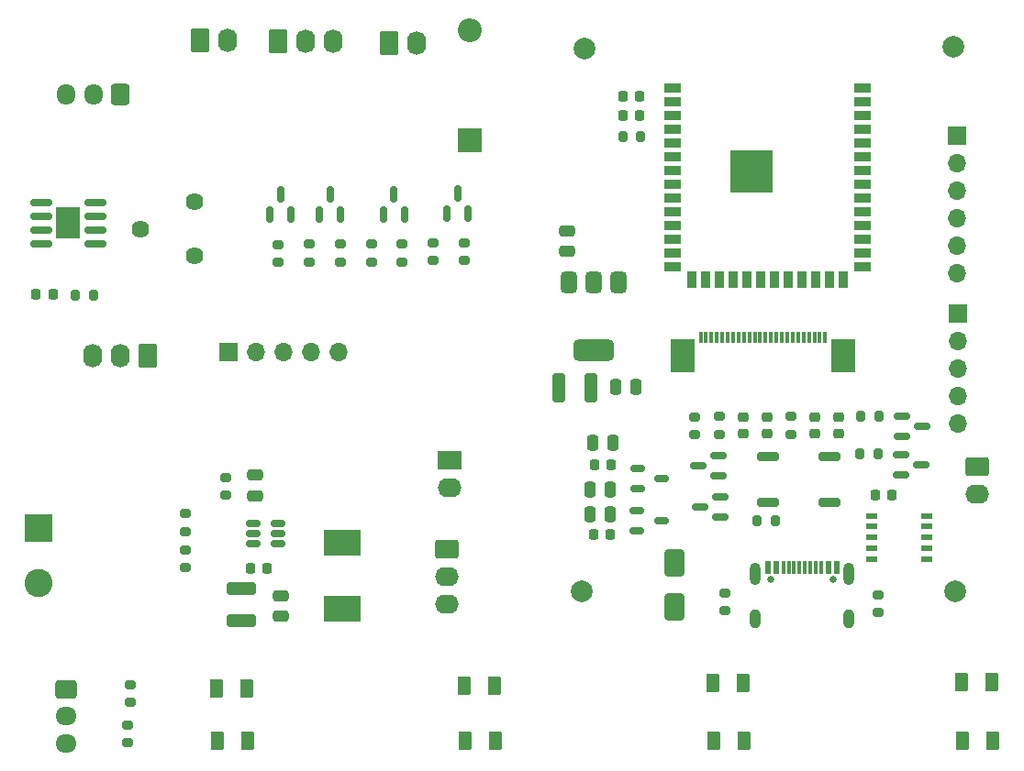
<source format=gbr>
%TF.GenerationSoftware,KiCad,Pcbnew,8.0.3*%
%TF.CreationDate,2025-03-22T11:48:59+07:00*%
%TF.ProjectId,ES32_SmartBox,45533332-5f53-46d6-9172-74426f782e6b,rev?*%
%TF.SameCoordinates,Original*%
%TF.FileFunction,Soldermask,Top*%
%TF.FilePolarity,Negative*%
%FSLAX46Y46*%
G04 Gerber Fmt 4.6, Leading zero omitted, Abs format (unit mm)*
G04 Created by KiCad (PCBNEW 8.0.3) date 2025-03-22 11:48:59*
%MOMM*%
%LPD*%
G01*
G04 APERTURE LIST*
G04 Aperture macros list*
%AMRoundRect*
0 Rectangle with rounded corners*
0 $1 Rounding radius*
0 $2 $3 $4 $5 $6 $7 $8 $9 X,Y pos of 4 corners*
0 Add a 4 corners polygon primitive as box body*
4,1,4,$2,$3,$4,$5,$6,$7,$8,$9,$2,$3,0*
0 Add four circle primitives for the rounded corners*
1,1,$1+$1,$2,$3*
1,1,$1+$1,$4,$5*
1,1,$1+$1,$6,$7*
1,1,$1+$1,$8,$9*
0 Add four rect primitives between the rounded corners*
20,1,$1+$1,$2,$3,$4,$5,0*
20,1,$1+$1,$4,$5,$6,$7,0*
20,1,$1+$1,$6,$7,$8,$9,0*
20,1,$1+$1,$8,$9,$2,$3,0*%
G04 Aperture macros list end*
%ADD10RoundRect,0.250000X0.620000X0.845000X-0.620000X0.845000X-0.620000X-0.845000X0.620000X-0.845000X0*%
%ADD11O,1.740000X2.190000*%
%ADD12C,0.650000*%
%ADD13R,0.600000X1.240000*%
%ADD14R,0.300000X1.240000*%
%ADD15O,1.000000X2.100000*%
%ADD16O,1.000000X1.800000*%
%ADD17R,1.700000X1.700000*%
%ADD18O,1.700000X1.700000*%
%ADD19RoundRect,0.250000X-0.620000X-0.845000X0.620000X-0.845000X0.620000X0.845000X-0.620000X0.845000X0*%
%ADD20RoundRect,0.200000X-0.275000X0.200000X-0.275000X-0.200000X0.275000X-0.200000X0.275000X0.200000X0*%
%ADD21RoundRect,0.250000X-0.725000X0.600000X-0.725000X-0.600000X0.725000X-0.600000X0.725000X0.600000X0*%
%ADD22O,1.950000X1.700000*%
%ADD23RoundRect,0.225000X0.225000X0.250000X-0.225000X0.250000X-0.225000X-0.250000X0.225000X-0.250000X0*%
%ADD24RoundRect,0.225000X-0.225000X-0.250000X0.225000X-0.250000X0.225000X0.250000X-0.225000X0.250000X0*%
%ADD25RoundRect,0.150000X0.587500X0.150000X-0.587500X0.150000X-0.587500X-0.150000X0.587500X-0.150000X0*%
%ADD26RoundRect,0.200000X0.275000X-0.200000X0.275000X0.200000X-0.275000X0.200000X-0.275000X-0.200000X0*%
%ADD27RoundRect,0.225000X-0.250000X0.225000X-0.250000X-0.225000X0.250000X-0.225000X0.250000X0.225000X0*%
%ADD28RoundRect,0.150000X0.150000X-0.587500X0.150000X0.587500X-0.150000X0.587500X-0.150000X-0.587500X0*%
%ADD29RoundRect,0.150000X0.512500X0.150000X-0.512500X0.150000X-0.512500X-0.150000X0.512500X-0.150000X0*%
%ADD30RoundRect,0.250000X-1.100000X0.325000X-1.100000X-0.325000X1.100000X-0.325000X1.100000X0.325000X0*%
%ADD31RoundRect,0.150000X-0.512500X-0.150000X0.512500X-0.150000X0.512500X0.150000X-0.512500X0.150000X0*%
%ADD32RoundRect,0.225000X0.250000X-0.225000X0.250000X0.225000X-0.250000X0.225000X-0.250000X-0.225000X0*%
%ADD33RoundRect,0.250000X0.325000X1.100000X-0.325000X1.100000X-0.325000X-1.100000X0.325000X-1.100000X0*%
%ADD34C,2.000000*%
%ADD35R,2.600000X2.600000*%
%ADD36C,2.600000*%
%ADD37RoundRect,0.200000X0.200000X0.275000X-0.200000X0.275000X-0.200000X-0.275000X0.200000X-0.275000X0*%
%ADD38RoundRect,0.250000X0.375000X0.625000X-0.375000X0.625000X-0.375000X-0.625000X0.375000X-0.625000X0*%
%ADD39RoundRect,0.150000X-0.587500X-0.150000X0.587500X-0.150000X0.587500X0.150000X-0.587500X0.150000X0*%
%ADD40R,0.300000X1.100000*%
%ADD41R,2.300000X3.100000*%
%ADD42RoundRect,0.250000X-0.250000X-0.475000X0.250000X-0.475000X0.250000X0.475000X-0.250000X0.475000X0*%
%ADD43RoundRect,0.250000X-0.845000X0.620000X-0.845000X-0.620000X0.845000X-0.620000X0.845000X0.620000X0*%
%ADD44O,2.190000X1.740000*%
%ADD45RoundRect,0.250000X-0.475000X0.250000X-0.475000X-0.250000X0.475000X-0.250000X0.475000X0.250000X0*%
%ADD46RoundRect,0.250000X0.475000X-0.250000X0.475000X0.250000X-0.475000X0.250000X-0.475000X-0.250000X0*%
%ADD47RoundRect,0.200000X-0.800000X0.200000X-0.800000X-0.200000X0.800000X-0.200000X0.800000X0.200000X0*%
%ADD48RoundRect,0.375000X-0.375000X0.625000X-0.375000X-0.625000X0.375000X-0.625000X0.375000X0.625000X0*%
%ADD49RoundRect,0.500000X-1.400000X0.500000X-1.400000X-0.500000X1.400000X-0.500000X1.400000X0.500000X0*%
%ADD50R,1.500000X0.900000*%
%ADD51R,0.900000X1.500000*%
%ADD52C,0.600000*%
%ADD53R,3.900000X3.900000*%
%ADD54RoundRect,0.250000X0.250000X0.475000X-0.250000X0.475000X-0.250000X-0.475000X0.250000X-0.475000X0*%
%ADD55RoundRect,0.250000X-0.650000X1.000000X-0.650000X-1.000000X0.650000X-1.000000X0.650000X1.000000X0*%
%ADD56R,2.200000X2.200000*%
%ADD57O,2.200000X2.200000*%
%ADD58R,3.500000X2.350000*%
%ADD59RoundRect,0.218750X-0.218750X-0.256250X0.218750X-0.256250X0.218750X0.256250X-0.218750X0.256250X0*%
%ADD60R,1.100000X0.510000*%
%ADD61C,1.620000*%
%ADD62RoundRect,0.250000X0.600000X0.725000X-0.600000X0.725000X-0.600000X-0.725000X0.600000X-0.725000X0*%
%ADD63O,1.700000X1.950000*%
%ADD64R,2.190000X1.740000*%
%ADD65RoundRect,0.150000X-0.825000X-0.150000X0.825000X-0.150000X0.825000X0.150000X-0.825000X0.150000X0*%
%ADD66R,2.290000X3.000000*%
G04 APERTURE END LIST*
D10*
%TO.C,J10*%
X88420000Y-119370000D03*
D11*
X85880000Y-119370000D03*
X83340000Y-119370000D03*
%TD*%
D12*
%TO.C,J1*%
X145930000Y-140020000D03*
X151710000Y-140020000D03*
D13*
X145620000Y-138900000D03*
X146420000Y-138900000D03*
D14*
X147570000Y-138900000D03*
X148570000Y-138900000D03*
X149070000Y-138900000D03*
X150070000Y-138900000D03*
D13*
X151220000Y-138900000D03*
X152020000Y-138900000D03*
X152020000Y-138900000D03*
X151220000Y-138900000D03*
D14*
X150570000Y-138900000D03*
X149570000Y-138900000D03*
X148070000Y-138900000D03*
X147070000Y-138900000D03*
D13*
X146420000Y-138900000D03*
X145620000Y-138900000D03*
D15*
X144500000Y-139500000D03*
D16*
X144500000Y-143700000D03*
D15*
X153140000Y-139500000D03*
D16*
X153140000Y-143700000D03*
%TD*%
D17*
%TO.C,J8*%
X95870000Y-119070000D03*
D18*
X98410000Y-119070000D03*
X100950000Y-119070000D03*
X103490000Y-119070000D03*
X106030000Y-119070000D03*
%TD*%
D19*
%TO.C,J4*%
X110660800Y-90481800D03*
D11*
X113200800Y-90481800D03*
%TD*%
D20*
%TO.C,R22*%
X155780000Y-141465000D03*
X155780000Y-143115000D03*
%TD*%
D21*
%TO.C,J2*%
X80886667Y-150190000D03*
D22*
X80886667Y-152690000D03*
X80886667Y-155190000D03*
%TD*%
D23*
%TO.C,C6*%
X133850000Y-97195000D03*
X132300000Y-97195000D03*
%TD*%
D24*
%TO.C,C19*%
X129627500Y-129417500D03*
X131177500Y-129417500D03*
%TD*%
D25*
%TO.C,Q10*%
X141237500Y-134302500D03*
X141237500Y-132402500D03*
X139362500Y-133352500D03*
%TD*%
D20*
%TO.C,R9*%
X86790000Y-149755000D03*
X86790000Y-151405000D03*
%TD*%
%TO.C,R18*%
X95650000Y-130605000D03*
X95650000Y-132255000D03*
%TD*%
D26*
%TO.C,R16*%
X91880000Y-138950000D03*
X91880000Y-137300000D03*
%TD*%
D27*
%TO.C,C3*%
X152165000Y-125060000D03*
X152165000Y-126610000D03*
%TD*%
D28*
%TO.C,Q3*%
X110200000Y-106360000D03*
X112100000Y-106360000D03*
X111150000Y-104485000D03*
%TD*%
D29*
%TO.C,U8*%
X100460000Y-136765000D03*
X100460000Y-135815000D03*
X100460000Y-134865000D03*
X98185000Y-134865000D03*
X98185000Y-135815000D03*
X98185000Y-136765000D03*
%TD*%
D20*
%TO.C,R14*%
X141131666Y-125010000D03*
X141131666Y-126660000D03*
%TD*%
D30*
%TO.C,C11*%
X97060000Y-140900000D03*
X97060000Y-143850000D03*
%TD*%
D31*
%TO.C,U5*%
X133585000Y-133680000D03*
X133585000Y-135580000D03*
X135860000Y-134630000D03*
%TD*%
D32*
%TO.C,C5*%
X143338332Y-126610000D03*
X143338332Y-125060000D03*
%TD*%
D17*
%TO.C,J7*%
X163190000Y-115500000D03*
D18*
X163190000Y-118040000D03*
X163190000Y-120580000D03*
X163190000Y-123120000D03*
X163190000Y-125660000D03*
%TD*%
D33*
%TO.C,C13*%
X129295000Y-122370000D03*
X126345000Y-122370000D03*
%TD*%
D25*
%TO.C,Q9*%
X141100000Y-130500000D03*
X141100000Y-128600000D03*
X139225000Y-129550000D03*
%TD*%
D19*
%TO.C,J11*%
X100482400Y-90373200D03*
D11*
X103022400Y-90373200D03*
X105562400Y-90373200D03*
%TD*%
D34*
%TO.C,REF\u002A\u002A*%
X128470000Y-141100000D03*
%TD*%
D26*
%TO.C,R2*%
X106196666Y-110740000D03*
X106196666Y-109090000D03*
%TD*%
%TO.C,R1*%
X103343333Y-110740000D03*
X103343333Y-109090000D03*
%TD*%
D35*
%TO.C,J5*%
X78345000Y-135330000D03*
D36*
X78345000Y-140410000D03*
%TD*%
D37*
%TO.C,R13*%
X146325000Y-134620000D03*
X144675000Y-134620000D03*
%TD*%
D24*
%TO.C,C7*%
X97915000Y-139020000D03*
X99465000Y-139020000D03*
%TD*%
D38*
%TO.C,D2*%
X97590000Y-150150000D03*
X94790000Y-150150000D03*
%TD*%
D20*
%TO.C,R21*%
X141670000Y-141295000D03*
X141670000Y-142945000D03*
%TD*%
D39*
%TO.C,Q11*%
X158050000Y-124952500D03*
X158050000Y-126852500D03*
X159925000Y-125902500D03*
%TD*%
D40*
%TO.C,U3*%
X139440000Y-117680000D03*
X139940000Y-117680000D03*
X140440000Y-117680000D03*
X140940000Y-117680000D03*
X141440000Y-117680000D03*
X141940000Y-117680000D03*
X142440000Y-117680000D03*
X142940000Y-117680000D03*
X143440000Y-117680000D03*
X143940000Y-117680000D03*
X144440000Y-117680000D03*
X144940000Y-117680000D03*
X145440000Y-117680000D03*
X145940000Y-117680000D03*
X146440000Y-117680000D03*
X146940000Y-117680000D03*
X147440000Y-117680000D03*
X147940000Y-117680000D03*
X148440000Y-117680000D03*
X148940000Y-117680000D03*
X149440000Y-117680000D03*
X149940000Y-117680000D03*
X150440000Y-117680000D03*
X150940000Y-117680000D03*
D41*
X137770000Y-119380000D03*
X152610000Y-119380000D03*
%TD*%
D42*
%TO.C,C15*%
X129452500Y-127430000D03*
X131352500Y-127430000D03*
%TD*%
D37*
%TO.C,R19*%
X155810000Y-128440000D03*
X154160000Y-128440000D03*
%TD*%
D28*
%TO.C,Q4*%
X99720000Y-106337500D03*
X101620000Y-106337500D03*
X100670000Y-104462500D03*
%TD*%
D37*
%TO.C,R10*%
X83412500Y-113780000D03*
X81762500Y-113780000D03*
%TD*%
D43*
%TO.C,J10*%
X116030000Y-137260000D03*
D44*
X116030000Y-139800000D03*
X116030000Y-142340000D03*
%TD*%
D45*
%TO.C,C10*%
X100690000Y-141545000D03*
X100690000Y-143445000D03*
%TD*%
D46*
%TO.C,C8*%
X98330000Y-132320000D03*
X98330000Y-130420000D03*
%TD*%
D47*
%TO.C,SW1*%
X151300000Y-128700000D03*
X151300000Y-132900000D03*
%TD*%
D38*
%TO.C,Q6*%
X120500000Y-154960000D03*
X117700000Y-154960000D03*
%TD*%
D42*
%TO.C,C18*%
X129232500Y-131717500D03*
X131132500Y-131717500D03*
%TD*%
D24*
%TO.C,C17*%
X129577500Y-135887500D03*
X131127500Y-135887500D03*
%TD*%
D19*
%TO.C,J6*%
X93290000Y-90230000D03*
D11*
X95830000Y-90230000D03*
%TD*%
D28*
%TO.C,Q1*%
X104290000Y-106380000D03*
X106190000Y-106380000D03*
X105240000Y-104505000D03*
%TD*%
D20*
%TO.C,R8*%
X86570000Y-153465000D03*
X86570000Y-155115000D03*
%TD*%
D32*
%TO.C,C1*%
X149958330Y-126610000D03*
X149958330Y-125060000D03*
%TD*%
D26*
%TO.C,R7*%
X100490000Y-110765000D03*
X100490000Y-109115000D03*
%TD*%
D43*
%TO.C,J9*%
X164960000Y-129640000D03*
D44*
X164960000Y-132180000D03*
%TD*%
D48*
%TO.C,U4*%
X131870000Y-112590000D03*
X129570000Y-112590000D03*
D49*
X129570000Y-118890000D03*
D48*
X127270000Y-112590000D03*
%TD*%
D50*
%TO.C,U1*%
X136850000Y-94630000D03*
X136850000Y-95900000D03*
X136850000Y-97170000D03*
X136850000Y-98440000D03*
X136850000Y-99710000D03*
X136850000Y-100980000D03*
X136850000Y-102250000D03*
X136850000Y-103520000D03*
X136850000Y-104790000D03*
X136850000Y-106060000D03*
X136850000Y-107330000D03*
X136850000Y-108600000D03*
X136850000Y-109870000D03*
X136850000Y-111140000D03*
D51*
X138615000Y-112390000D03*
X139885000Y-112390000D03*
X141155000Y-112390000D03*
X142425000Y-112390000D03*
X143695000Y-112390000D03*
X144965000Y-112390000D03*
X146235000Y-112390000D03*
X147505000Y-112390000D03*
X148775000Y-112390000D03*
X150045000Y-112390000D03*
X151315000Y-112390000D03*
X152585000Y-112390000D03*
D50*
X154350000Y-111140000D03*
X154350000Y-109870000D03*
X154350000Y-108600000D03*
X154350000Y-107330000D03*
X154350000Y-106060000D03*
X154350000Y-104790000D03*
X154350000Y-103520000D03*
X154350000Y-102250000D03*
X154350000Y-100980000D03*
X154350000Y-99710000D03*
X154350000Y-98440000D03*
X154350000Y-97170000D03*
X154350000Y-95900000D03*
X154350000Y-94630000D03*
D52*
X142700000Y-101650000D03*
X142700000Y-103050000D03*
X143400000Y-100950000D03*
X143400000Y-102350000D03*
X143400000Y-103750000D03*
X144100000Y-101650000D03*
D53*
X144100000Y-102350000D03*
D52*
X144100000Y-103050000D03*
X144800000Y-100950000D03*
X144800000Y-102350000D03*
X144800000Y-103750000D03*
X145500000Y-101650000D03*
X145500000Y-103050000D03*
%TD*%
D17*
%TO.C,REF\u002A\u002A*%
X163140000Y-99030000D03*
D18*
X163140000Y-101570000D03*
X163140000Y-104110000D03*
X163140000Y-106650000D03*
X163140000Y-109190000D03*
X163140000Y-111730000D03*
%TD*%
D54*
%TO.C,C14*%
X133480000Y-122220000D03*
X131580000Y-122220000D03*
%TD*%
D38*
%TO.C,D3*%
X120430000Y-149830000D03*
X117630000Y-149830000D03*
%TD*%
D26*
%TO.C,R12*%
X138930000Y-126675000D03*
X138930000Y-125025000D03*
%TD*%
D38*
%TO.C,D6*%
X166316667Y-149540000D03*
X163516667Y-149540000D03*
%TD*%
D34*
%TO.C,REF\u002A\u002A*%
X128760000Y-91060000D03*
%TD*%
%TO.C,REF\u002A\u002A*%
X162790000Y-90880000D03*
%TD*%
D38*
%TO.C,Q7*%
X143443333Y-154960000D03*
X140643333Y-154960000D03*
%TD*%
D55*
%TO.C,D7*%
X137060000Y-138550000D03*
X137060000Y-142550000D03*
%TD*%
D47*
%TO.C,SW2*%
X145650000Y-128700000D03*
X145650000Y-132900000D03*
%TD*%
D56*
%TO.C,D1*%
X118160800Y-99491800D03*
D57*
X118160800Y-89331800D03*
%TD*%
D37*
%TO.C,R15*%
X133900000Y-99180000D03*
X132250000Y-99180000D03*
%TD*%
D38*
%TO.C,Q8*%
X166386667Y-154960000D03*
X163586667Y-154960000D03*
%TD*%
D26*
%TO.C,R4*%
X117610000Y-110605000D03*
X117610000Y-108955000D03*
%TD*%
D23*
%TO.C,C9*%
X157090000Y-132260000D03*
X155540000Y-132260000D03*
%TD*%
D38*
%TO.C,Q5*%
X97630000Y-154960000D03*
X94830000Y-154960000D03*
%TD*%
D31*
%TO.C,U6*%
X133605000Y-129797500D03*
X133605000Y-131697500D03*
X135880000Y-130747500D03*
%TD*%
D38*
%TO.C,D5*%
X143373333Y-149580000D03*
X140573333Y-149580000D03*
%TD*%
D26*
%TO.C,R17*%
X91870000Y-135635000D03*
X91870000Y-133985000D03*
%TD*%
D58*
%TO.C,L1*%
X106410000Y-136665000D03*
X106410000Y-142715000D03*
%TD*%
D37*
%TO.C,R20*%
X155880000Y-124960000D03*
X154230000Y-124960000D03*
%TD*%
D59*
%TO.C,D4*%
X78125000Y-113740000D03*
X79700000Y-113740000D03*
%TD*%
D42*
%TO.C,C16*%
X129202500Y-133987500D03*
X131102500Y-133987500D03*
%TD*%
D28*
%TO.C,Q2*%
X116065000Y-106245000D03*
X117965000Y-106245000D03*
X117015000Y-104370000D03*
%TD*%
D34*
%TO.C,REF\u002A\u002A*%
X162940000Y-141100000D03*
%TD*%
D20*
%TO.C,R11*%
X147751664Y-125010000D03*
X147751664Y-126660000D03*
%TD*%
D39*
%TO.C,Q12*%
X157950000Y-128500000D03*
X157950000Y-130400000D03*
X159825000Y-129450000D03*
%TD*%
D26*
%TO.C,R5*%
X109049999Y-110720000D03*
X109049999Y-109070000D03*
%TD*%
%TO.C,R3*%
X114756665Y-110605000D03*
X114756665Y-108955000D03*
%TD*%
D45*
%TO.C,C12*%
X127080000Y-107830000D03*
X127080000Y-109730000D03*
%TD*%
D60*
%TO.C,U7*%
X155240000Y-134160000D03*
X155240000Y-135160000D03*
X155240000Y-136160000D03*
X155240000Y-137160000D03*
X155240000Y-138160000D03*
X160340000Y-138160000D03*
X160340000Y-137160000D03*
X160340000Y-136160000D03*
X160340000Y-135160000D03*
X160340000Y-134160000D03*
%TD*%
D61*
%TO.C,RV1*%
X92740000Y-105190000D03*
X87740000Y-107690000D03*
X92740000Y-110190000D03*
%TD*%
D62*
%TO.C,J3*%
X85910000Y-95220000D03*
D63*
X83410000Y-95220000D03*
X80910000Y-95220000D03*
%TD*%
D26*
%TO.C,R6*%
X111903332Y-110720000D03*
X111903332Y-109070000D03*
%TD*%
D64*
%TO.C,J9*%
X116260000Y-129050000D03*
D44*
X116260000Y-131590000D03*
%TD*%
D27*
%TO.C,C4*%
X145544998Y-125060000D03*
X145544998Y-126610000D03*
%TD*%
D65*
%TO.C,U2*%
X78620000Y-105230000D03*
X78620000Y-106500000D03*
X78620000Y-107770000D03*
X78620000Y-109040000D03*
X83570000Y-109040000D03*
X83570000Y-107770000D03*
X83570000Y-106500000D03*
X83570000Y-105230000D03*
D66*
X81095000Y-107135000D03*
%TD*%
D23*
%TO.C,C2*%
X133845000Y-95460000D03*
X132295000Y-95460000D03*
%TD*%
M02*

</source>
